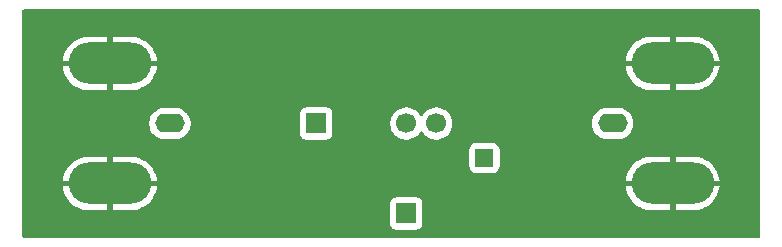
<source format=gbr>
%TF.GenerationSoftware,KiCad,Pcbnew,9.0.3*%
%TF.CreationDate,2025-07-24T18:02:03+02:00*%
%TF.ProjectId,OM345_Testrig,4f4d3334-355f-4546-9573-747269672e6b,rev?*%
%TF.SameCoordinates,Original*%
%TF.FileFunction,Copper,L2,Bot*%
%TF.FilePolarity,Positive*%
%FSLAX46Y46*%
G04 Gerber Fmt 4.6, Leading zero omitted, Abs format (unit mm)*
G04 Created by KiCad (PCBNEW 9.0.3) date 2025-07-24 18:02:03*
%MOMM*%
%LPD*%
G01*
G04 APERTURE LIST*
G04 Aperture macros list*
%AMRoundRect*
0 Rectangle with rounded corners*
0 $1 Rounding radius*
0 $2 $3 $4 $5 $6 $7 $8 $9 X,Y pos of 4 corners*
0 Add a 4 corners polygon primitive as box body*
4,1,4,$2,$3,$4,$5,$6,$7,$8,$9,$2,$3,0*
0 Add four circle primitives for the rounded corners*
1,1,$1+$1,$2,$3*
1,1,$1+$1,$4,$5*
1,1,$1+$1,$6,$7*
1,1,$1+$1,$8,$9*
0 Add four rect primitives between the rounded corners*
20,1,$1+$1,$2,$3,$4,$5,0*
20,1,$1+$1,$4,$5,$6,$7,0*
20,1,$1+$1,$6,$7,$8,$9,0*
20,1,$1+$1,$8,$9,$2,$3,0*%
G04 Aperture macros list end*
%TA.AperFunction,ComponentPad*%
%ADD10RoundRect,0.250000X-0.550000X0.550000X-0.550000X-0.550000X0.550000X-0.550000X0.550000X0.550000X0*%
%TD*%
%TA.AperFunction,ComponentPad*%
%ADD11C,1.600000*%
%TD*%
%TA.AperFunction,ComponentPad*%
%ADD12R,1.700000X1.700000*%
%TD*%
%TA.AperFunction,ComponentPad*%
%ADD13C,1.700000*%
%TD*%
%TA.AperFunction,ComponentPad*%
%ADD14O,2.500000X1.600000*%
%TD*%
%TA.AperFunction,ComponentPad*%
%ADD15O,7.000000X3.500000*%
%TD*%
%TA.AperFunction,ViaPad*%
%ADD16C,0.600000*%
%TD*%
G04 APERTURE END LIST*
D10*
%TO.P,C4,1*%
%TO.N,VCC*%
X151384000Y-84201000D03*
D11*
%TO.P,C4,2*%
%TO.N,GND*%
X151384000Y-86701000D03*
%TD*%
D12*
%TO.P,J3,1,Pin_1*%
%TO.N,Net-(J3-Pin_1)*%
X137160000Y-81280000D03*
D13*
%TO.P,J3,2,Pin_2*%
%TO.N,GND*%
X139700000Y-81280000D03*
%TO.P,J3,3,Pin_3*%
X142240000Y-81280000D03*
%TO.P,J3,4,Pin_4*%
%TO.N,VCC*%
X144780000Y-81280000D03*
%TO.P,J3,5,Pin_5*%
%TO.N,Net-(J3-Pin_5)*%
X147320000Y-81280000D03*
%TD*%
D14*
%TO.P,J1,1,In*%
%TO.N,Net-(J1-In)*%
X124770000Y-81280000D03*
D15*
%TO.P,J1,2,Ext*%
%TO.N,GND*%
X119690000Y-86360000D03*
D14*
X124770000Y-83820000D03*
D15*
X119690000Y-76200000D03*
%TD*%
D14*
%TO.P,J2,1,In*%
%TO.N,Net-(J2-In)*%
X162250000Y-81280000D03*
D15*
%TO.P,J2,2,Ext*%
%TO.N,GND*%
X167330000Y-76200000D03*
D14*
X162250000Y-78740000D03*
D15*
X167330000Y-86360000D03*
%TD*%
D12*
%TO.P,J4,1,Pin_1*%
%TO.N,+12V*%
X144780000Y-88900000D03*
D13*
%TO.P,J4,2,Pin_2*%
%TO.N,GND*%
X142240000Y-88900000D03*
%TD*%
D16*
%TO.N,GND*%
X140694500Y-84328000D03*
%TD*%
%TA.AperFunction,Conductor*%
%TO.N,GND*%
G36*
X174702539Y-71640185D02*
G01*
X174748294Y-71692989D01*
X174759500Y-71744500D01*
X174759500Y-90815500D01*
X174739815Y-90882539D01*
X174687011Y-90928294D01*
X174635500Y-90939500D01*
X112384500Y-90939500D01*
X112317461Y-90919815D01*
X112271706Y-90867011D01*
X112260500Y-90815500D01*
X112260500Y-86110000D01*
X115703497Y-86110000D01*
X118715038Y-86110000D01*
X118685000Y-86261016D01*
X118685000Y-86458984D01*
X118715038Y-86610000D01*
X115703498Y-86610000D01*
X115728496Y-86799884D01*
X115728499Y-86799897D01*
X115804835Y-87084790D01*
X115804838Y-87084800D01*
X115917704Y-87357281D01*
X115917709Y-87357292D01*
X116065174Y-87612707D01*
X116065185Y-87612723D01*
X116244729Y-87846709D01*
X116244735Y-87846716D01*
X116453283Y-88055264D01*
X116453290Y-88055270D01*
X116687276Y-88234814D01*
X116687292Y-88234825D01*
X116942707Y-88382290D01*
X116942718Y-88382295D01*
X117215199Y-88495161D01*
X117215209Y-88495164D01*
X117500102Y-88571500D01*
X117500115Y-88571503D01*
X117792516Y-88609998D01*
X117792534Y-88610000D01*
X119440000Y-88610000D01*
X119440000Y-87334961D01*
X119591016Y-87365000D01*
X119788984Y-87365000D01*
X119940000Y-87334961D01*
X119940000Y-88610000D01*
X121587466Y-88610000D01*
X121587483Y-88609998D01*
X121879884Y-88571503D01*
X121879897Y-88571500D01*
X122164790Y-88495164D01*
X122164800Y-88495161D01*
X122437281Y-88382295D01*
X122437292Y-88382290D01*
X122692707Y-88234825D01*
X122692723Y-88234814D01*
X122926709Y-88055270D01*
X122926716Y-88055264D01*
X122980635Y-88001345D01*
X143421500Y-88001345D01*
X143421500Y-89798654D01*
X143428011Y-89859202D01*
X143428011Y-89859204D01*
X143479111Y-89996204D01*
X143566739Y-90113261D01*
X143683796Y-90200889D01*
X143820799Y-90251989D01*
X143848050Y-90254918D01*
X143881345Y-90258499D01*
X143881362Y-90258500D01*
X145678638Y-90258500D01*
X145678654Y-90258499D01*
X145705692Y-90255591D01*
X145739201Y-90251989D01*
X145876204Y-90200889D01*
X145993261Y-90113261D01*
X146080889Y-89996204D01*
X146131989Y-89859201D01*
X146135591Y-89825692D01*
X146138499Y-89798654D01*
X146138500Y-89798637D01*
X146138500Y-88001362D01*
X146138499Y-88001345D01*
X146135157Y-87970270D01*
X146131989Y-87940799D01*
X146080889Y-87803796D01*
X145993261Y-87686739D01*
X145876204Y-87599111D01*
X145739203Y-87548011D01*
X145678654Y-87541500D01*
X145678638Y-87541500D01*
X143881362Y-87541500D01*
X143881345Y-87541500D01*
X143820797Y-87548011D01*
X143820795Y-87548011D01*
X143683795Y-87599111D01*
X143566739Y-87686739D01*
X143479111Y-87803795D01*
X143428011Y-87940795D01*
X143428011Y-87940797D01*
X143421500Y-88001345D01*
X122980635Y-88001345D01*
X123071621Y-87910360D01*
X123135264Y-87846716D01*
X123135270Y-87846709D01*
X123314814Y-87612723D01*
X123314825Y-87612707D01*
X123462290Y-87357292D01*
X123462295Y-87357281D01*
X123575161Y-87084800D01*
X123575164Y-87084790D01*
X123651500Y-86799897D01*
X123651503Y-86799884D01*
X123676502Y-86610000D01*
X120664962Y-86610000D01*
X120695000Y-86458984D01*
X120695000Y-86261016D01*
X120664962Y-86110000D01*
X123676502Y-86110000D01*
X163343497Y-86110000D01*
X166355038Y-86110000D01*
X166325000Y-86261016D01*
X166325000Y-86458984D01*
X166355038Y-86610000D01*
X163343498Y-86610000D01*
X163368496Y-86799884D01*
X163368499Y-86799897D01*
X163444835Y-87084790D01*
X163444838Y-87084800D01*
X163557704Y-87357281D01*
X163557709Y-87357292D01*
X163705174Y-87612707D01*
X163705185Y-87612723D01*
X163884729Y-87846709D01*
X163884735Y-87846716D01*
X164093283Y-88055264D01*
X164093290Y-88055270D01*
X164327276Y-88234814D01*
X164327292Y-88234825D01*
X164582707Y-88382290D01*
X164582718Y-88382295D01*
X164855199Y-88495161D01*
X164855209Y-88495164D01*
X165140102Y-88571500D01*
X165140115Y-88571503D01*
X165432516Y-88609998D01*
X165432534Y-88610000D01*
X167080000Y-88610000D01*
X167080000Y-87334961D01*
X167231016Y-87365000D01*
X167428984Y-87365000D01*
X167580000Y-87334961D01*
X167580000Y-88610000D01*
X169227466Y-88610000D01*
X169227483Y-88609998D01*
X169519884Y-88571503D01*
X169519897Y-88571500D01*
X169804790Y-88495164D01*
X169804800Y-88495161D01*
X170077281Y-88382295D01*
X170077292Y-88382290D01*
X170332707Y-88234825D01*
X170332723Y-88234814D01*
X170566709Y-88055270D01*
X170566716Y-88055264D01*
X170775264Y-87846716D01*
X170775270Y-87846709D01*
X170954814Y-87612723D01*
X170954825Y-87612707D01*
X171102290Y-87357292D01*
X171102295Y-87357281D01*
X171215161Y-87084800D01*
X171215164Y-87084790D01*
X171291500Y-86799897D01*
X171291503Y-86799884D01*
X171316502Y-86610000D01*
X168304962Y-86610000D01*
X168335000Y-86458984D01*
X168335000Y-86261016D01*
X168304962Y-86110000D01*
X171316502Y-86110000D01*
X171291503Y-85920115D01*
X171291500Y-85920102D01*
X171215164Y-85635209D01*
X171215161Y-85635199D01*
X171102295Y-85362718D01*
X171102290Y-85362707D01*
X170954825Y-85107292D01*
X170954814Y-85107276D01*
X170775270Y-84873290D01*
X170775264Y-84873283D01*
X170566716Y-84664735D01*
X170566709Y-84664729D01*
X170332723Y-84485185D01*
X170332707Y-84485174D01*
X170077292Y-84337709D01*
X170077281Y-84337704D01*
X169804800Y-84224838D01*
X169804790Y-84224835D01*
X169519897Y-84148499D01*
X169519884Y-84148496D01*
X169227483Y-84110001D01*
X169227466Y-84110000D01*
X167580000Y-84110000D01*
X167580000Y-85385038D01*
X167428984Y-85355000D01*
X167231016Y-85355000D01*
X167080000Y-85385038D01*
X167080000Y-84110000D01*
X165432534Y-84110000D01*
X165432516Y-84110001D01*
X165140115Y-84148496D01*
X165140102Y-84148499D01*
X164855209Y-84224835D01*
X164855199Y-84224838D01*
X164582718Y-84337704D01*
X164582707Y-84337709D01*
X164327292Y-84485174D01*
X164327276Y-84485185D01*
X164093290Y-84664729D01*
X164093283Y-84664735D01*
X163884735Y-84873283D01*
X163884729Y-84873290D01*
X163705185Y-85107276D01*
X163705174Y-85107292D01*
X163557709Y-85362707D01*
X163557704Y-85362718D01*
X163444838Y-85635199D01*
X163444835Y-85635209D01*
X163368499Y-85920102D01*
X163368496Y-85920115D01*
X163343497Y-86110000D01*
X123676502Y-86110000D01*
X123651503Y-85920115D01*
X123651500Y-85920102D01*
X123575164Y-85635209D01*
X123575161Y-85635199D01*
X123462295Y-85362718D01*
X123462290Y-85362707D01*
X123314825Y-85107292D01*
X123314814Y-85107276D01*
X123135270Y-84873290D01*
X123135264Y-84873283D01*
X122926716Y-84664735D01*
X122926709Y-84664729D01*
X122692723Y-84485185D01*
X122692707Y-84485174D01*
X122437292Y-84337709D01*
X122437281Y-84337704D01*
X122164800Y-84224838D01*
X122164790Y-84224835D01*
X121879897Y-84148499D01*
X121879884Y-84148496D01*
X121587483Y-84110001D01*
X121587466Y-84110000D01*
X119940000Y-84110000D01*
X119940000Y-85385038D01*
X119788984Y-85355000D01*
X119591016Y-85355000D01*
X119440000Y-85385038D01*
X119440000Y-84110000D01*
X117792534Y-84110000D01*
X117792516Y-84110001D01*
X117500115Y-84148496D01*
X117500102Y-84148499D01*
X117215209Y-84224835D01*
X117215199Y-84224838D01*
X116942718Y-84337704D01*
X116942707Y-84337709D01*
X116687292Y-84485174D01*
X116687276Y-84485185D01*
X116453290Y-84664729D01*
X116453283Y-84664735D01*
X116244735Y-84873283D01*
X116244729Y-84873290D01*
X116065185Y-85107276D01*
X116065174Y-85107292D01*
X115917709Y-85362707D01*
X115917704Y-85362718D01*
X115804838Y-85635199D01*
X115804835Y-85635209D01*
X115728499Y-85920102D01*
X115728496Y-85920115D01*
X115703497Y-86110000D01*
X112260500Y-86110000D01*
X112260500Y-83600447D01*
X150075500Y-83600447D01*
X150075500Y-84801537D01*
X150075501Y-84801553D01*
X150086113Y-84905427D01*
X150141884Y-85073735D01*
X150141886Y-85073740D01*
X150162581Y-85107292D01*
X150234970Y-85224652D01*
X150360348Y-85350030D01*
X150511262Y-85443115D01*
X150679574Y-85498887D01*
X150783455Y-85509500D01*
X151984544Y-85509499D01*
X152088426Y-85498887D01*
X152256738Y-85443115D01*
X152407652Y-85350030D01*
X152533030Y-85224652D01*
X152626115Y-85073738D01*
X152681887Y-84905426D01*
X152692500Y-84801545D01*
X152692499Y-83600456D01*
X152681887Y-83496574D01*
X152626115Y-83328262D01*
X152533030Y-83177348D01*
X152407652Y-83051970D01*
X152256738Y-82958885D01*
X152256735Y-82958884D01*
X152088427Y-82903113D01*
X151984545Y-82892500D01*
X150783462Y-82892500D01*
X150783446Y-82892501D01*
X150679572Y-82903113D01*
X150511264Y-82958884D01*
X150511259Y-82958886D01*
X150360346Y-83051971D01*
X150234971Y-83177346D01*
X150141886Y-83328259D01*
X150141884Y-83328264D01*
X150086113Y-83496572D01*
X150075500Y-83600447D01*
X112260500Y-83600447D01*
X112260500Y-81177019D01*
X123011500Y-81177019D01*
X123011500Y-81382980D01*
X123043719Y-81586408D01*
X123107367Y-81782294D01*
X123200873Y-81965806D01*
X123321926Y-82132423D01*
X123321930Y-82132428D01*
X123467571Y-82278069D01*
X123467576Y-82278073D01*
X123602643Y-82376204D01*
X123634197Y-82399129D01*
X123718126Y-82441893D01*
X123817705Y-82492632D01*
X123817707Y-82492632D01*
X123817710Y-82492634D01*
X123922707Y-82526749D01*
X124013591Y-82556280D01*
X124115305Y-82572390D01*
X124217019Y-82588500D01*
X124217020Y-82588500D01*
X125322980Y-82588500D01*
X125322981Y-82588500D01*
X125526408Y-82556280D01*
X125722290Y-82492634D01*
X125905803Y-82399129D01*
X126072430Y-82278068D01*
X126218068Y-82132430D01*
X126339129Y-81965803D01*
X126432634Y-81782290D01*
X126496280Y-81586408D01*
X126528500Y-81382981D01*
X126528500Y-81177019D01*
X126496280Y-80973592D01*
X126432634Y-80777710D01*
X126432632Y-80777707D01*
X126432632Y-80777705D01*
X126398709Y-80711128D01*
X126339129Y-80594197D01*
X126320089Y-80567990D01*
X126235038Y-80450926D01*
X126218073Y-80427576D01*
X126218069Y-80427571D01*
X126171843Y-80381345D01*
X135801500Y-80381345D01*
X135801500Y-82178654D01*
X135808011Y-82239202D01*
X135808011Y-82239204D01*
X135859111Y-82376204D01*
X135946739Y-82493261D01*
X136063796Y-82580889D01*
X136200799Y-82631989D01*
X136228050Y-82634918D01*
X136261345Y-82638499D01*
X136261362Y-82638500D01*
X138058638Y-82638500D01*
X138058654Y-82638499D01*
X138085692Y-82635591D01*
X138119201Y-82631989D01*
X138256204Y-82580889D01*
X138373261Y-82493261D01*
X138460889Y-82376204D01*
X138511989Y-82239201D01*
X138515591Y-82205692D01*
X138518499Y-82178654D01*
X138518500Y-82178637D01*
X138518500Y-81173084D01*
X143421500Y-81173084D01*
X143421500Y-81386915D01*
X143454951Y-81598117D01*
X143521026Y-81801480D01*
X143521027Y-81801483D01*
X143592245Y-81941254D01*
X143618106Y-81992009D01*
X143743794Y-82165004D01*
X143894996Y-82316206D01*
X144067991Y-82441894D01*
X144161438Y-82489507D01*
X144258516Y-82538972D01*
X144258519Y-82538973D01*
X144311786Y-82556280D01*
X144461884Y-82605049D01*
X144673084Y-82638500D01*
X144673085Y-82638500D01*
X144886915Y-82638500D01*
X144886916Y-82638500D01*
X145098116Y-82605049D01*
X145301483Y-82538972D01*
X145492009Y-82441894D01*
X145665004Y-82316206D01*
X145816206Y-82165004D01*
X145941894Y-81992009D01*
X145941896Y-81992004D01*
X145944270Y-81988132D01*
X145996080Y-81941254D01*
X146065009Y-81929829D01*
X146129173Y-81957483D01*
X146155730Y-81988132D01*
X146158103Y-81992005D01*
X146158106Y-81992009D01*
X146283794Y-82165004D01*
X146434996Y-82316206D01*
X146607991Y-82441894D01*
X146701438Y-82489507D01*
X146798516Y-82538972D01*
X146798519Y-82538973D01*
X146851786Y-82556280D01*
X147001884Y-82605049D01*
X147213084Y-82638500D01*
X147213085Y-82638500D01*
X147426915Y-82638500D01*
X147426916Y-82638500D01*
X147638116Y-82605049D01*
X147841483Y-82538972D01*
X148032009Y-82441894D01*
X148205004Y-82316206D01*
X148356206Y-82165004D01*
X148481894Y-81992009D01*
X148578972Y-81801483D01*
X148645049Y-81598116D01*
X148678500Y-81386916D01*
X148678500Y-81177019D01*
X160491500Y-81177019D01*
X160491500Y-81382980D01*
X160523719Y-81586408D01*
X160587367Y-81782294D01*
X160680873Y-81965806D01*
X160801926Y-82132423D01*
X160801930Y-82132428D01*
X160947571Y-82278069D01*
X160947576Y-82278073D01*
X161082643Y-82376204D01*
X161114197Y-82399129D01*
X161198126Y-82441893D01*
X161297705Y-82492632D01*
X161297707Y-82492632D01*
X161297710Y-82492634D01*
X161402707Y-82526749D01*
X161493591Y-82556280D01*
X161595305Y-82572390D01*
X161697019Y-82588500D01*
X161697020Y-82588500D01*
X162802980Y-82588500D01*
X162802981Y-82588500D01*
X163006408Y-82556280D01*
X163202290Y-82492634D01*
X163385803Y-82399129D01*
X163552430Y-82278068D01*
X163698068Y-82132430D01*
X163819129Y-81965803D01*
X163912634Y-81782290D01*
X163976280Y-81586408D01*
X164008500Y-81382981D01*
X164008500Y-81177019D01*
X163976280Y-80973592D01*
X163912634Y-80777710D01*
X163912632Y-80777707D01*
X163912632Y-80777705D01*
X163878709Y-80711128D01*
X163819129Y-80594197D01*
X163800089Y-80567990D01*
X163698073Y-80427576D01*
X163698069Y-80427571D01*
X163552428Y-80281930D01*
X163552423Y-80281926D01*
X163385806Y-80160873D01*
X163385805Y-80160872D01*
X163385803Y-80160871D01*
X163328496Y-80131671D01*
X163202294Y-80067367D01*
X163006408Y-80003719D01*
X162830794Y-79975905D01*
X162802981Y-79971500D01*
X161697019Y-79971500D01*
X161672550Y-79975375D01*
X161493591Y-80003719D01*
X161297705Y-80067367D01*
X161114193Y-80160873D01*
X160947576Y-80281926D01*
X160947571Y-80281930D01*
X160801930Y-80427571D01*
X160801926Y-80427576D01*
X160680873Y-80594193D01*
X160587367Y-80777705D01*
X160523719Y-80973591D01*
X160491500Y-81177019D01*
X148678500Y-81177019D01*
X148678500Y-81173084D01*
X148645049Y-80961884D01*
X148585208Y-80777710D01*
X148578973Y-80758519D01*
X148578972Y-80758516D01*
X148499483Y-80602512D01*
X148481894Y-80567991D01*
X148356206Y-80394996D01*
X148205004Y-80243794D01*
X148032009Y-80118106D01*
X147841483Y-80021027D01*
X147841480Y-80021026D01*
X147638117Y-79954951D01*
X147532516Y-79938225D01*
X147426916Y-79921500D01*
X147213084Y-79921500D01*
X147142684Y-79932650D01*
X147001882Y-79954951D01*
X146798519Y-80021026D01*
X146798516Y-80021027D01*
X146607990Y-80118106D01*
X146434993Y-80243796D01*
X146283796Y-80394993D01*
X146158105Y-80567991D01*
X146155727Y-80571873D01*
X146103914Y-80618748D01*
X146034984Y-80630169D01*
X145970822Y-80602512D01*
X145944273Y-80571873D01*
X145941894Y-80567991D01*
X145856841Y-80450926D01*
X145816206Y-80394996D01*
X145665004Y-80243794D01*
X145492009Y-80118106D01*
X145301483Y-80021027D01*
X145301480Y-80021026D01*
X145098117Y-79954951D01*
X144992516Y-79938225D01*
X144886916Y-79921500D01*
X144673084Y-79921500D01*
X144602684Y-79932650D01*
X144461882Y-79954951D01*
X144258519Y-80021026D01*
X144258516Y-80021027D01*
X144067990Y-80118106D01*
X143894993Y-80243796D01*
X143743796Y-80394993D01*
X143618106Y-80567990D01*
X143521027Y-80758516D01*
X143521026Y-80758519D01*
X143454951Y-80961882D01*
X143421500Y-81173084D01*
X138518500Y-81173084D01*
X138518500Y-80381362D01*
X138518499Y-80381345D01*
X138515157Y-80350270D01*
X138511989Y-80320799D01*
X138497491Y-80281930D01*
X138483267Y-80243794D01*
X138460889Y-80183796D01*
X138373261Y-80066739D01*
X138256204Y-79979111D01*
X138119203Y-79928011D01*
X138058654Y-79921500D01*
X138058638Y-79921500D01*
X136261362Y-79921500D01*
X136261345Y-79921500D01*
X136200797Y-79928011D01*
X136200795Y-79928011D01*
X136063795Y-79979111D01*
X135946739Y-80066739D01*
X135859111Y-80183795D01*
X135808011Y-80320795D01*
X135808011Y-80320797D01*
X135801500Y-80381345D01*
X126171843Y-80381345D01*
X126072428Y-80281930D01*
X126072423Y-80281926D01*
X125905806Y-80160873D01*
X125905805Y-80160872D01*
X125905803Y-80160871D01*
X125848496Y-80131671D01*
X125722294Y-80067367D01*
X125526408Y-80003719D01*
X125350794Y-79975905D01*
X125322981Y-79971500D01*
X124217019Y-79971500D01*
X124192550Y-79975375D01*
X124013591Y-80003719D01*
X123817705Y-80067367D01*
X123634193Y-80160873D01*
X123467576Y-80281926D01*
X123467571Y-80281930D01*
X123321930Y-80427571D01*
X123321926Y-80427576D01*
X123200873Y-80594193D01*
X123107367Y-80777705D01*
X123043719Y-80973591D01*
X123011500Y-81177019D01*
X112260500Y-81177019D01*
X112260500Y-75950000D01*
X115703497Y-75950000D01*
X118715038Y-75950000D01*
X118685000Y-76101016D01*
X118685000Y-76298984D01*
X118715038Y-76450000D01*
X115703498Y-76450000D01*
X115728496Y-76639884D01*
X115728499Y-76639897D01*
X115804835Y-76924790D01*
X115804838Y-76924800D01*
X115917704Y-77197281D01*
X115917709Y-77197292D01*
X116065174Y-77452707D01*
X116065185Y-77452723D01*
X116244729Y-77686709D01*
X116244735Y-77686716D01*
X116453283Y-77895264D01*
X116453290Y-77895270D01*
X116687276Y-78074814D01*
X116687292Y-78074825D01*
X116942707Y-78222290D01*
X116942718Y-78222295D01*
X117215199Y-78335161D01*
X117215209Y-78335164D01*
X117500102Y-78411500D01*
X117500115Y-78411503D01*
X117792516Y-78449998D01*
X117792534Y-78450000D01*
X119440000Y-78450000D01*
X119440000Y-77174961D01*
X119591016Y-77205000D01*
X119788984Y-77205000D01*
X119940000Y-77174961D01*
X119940000Y-78450000D01*
X121587466Y-78450000D01*
X121587483Y-78449998D01*
X121879884Y-78411503D01*
X121879897Y-78411500D01*
X122164790Y-78335164D01*
X122164800Y-78335161D01*
X122437281Y-78222295D01*
X122437292Y-78222290D01*
X122692707Y-78074825D01*
X122692723Y-78074814D01*
X122926709Y-77895270D01*
X122926716Y-77895264D01*
X123135264Y-77686716D01*
X123135270Y-77686709D01*
X123314814Y-77452723D01*
X123314825Y-77452707D01*
X123462290Y-77197292D01*
X123462295Y-77197281D01*
X123575161Y-76924800D01*
X123575164Y-76924790D01*
X123651500Y-76639897D01*
X123651503Y-76639884D01*
X123676502Y-76450000D01*
X120664962Y-76450000D01*
X120695000Y-76298984D01*
X120695000Y-76101016D01*
X120664962Y-75950000D01*
X123676502Y-75950000D01*
X163343497Y-75950000D01*
X166355038Y-75950000D01*
X166325000Y-76101016D01*
X166325000Y-76298984D01*
X166355038Y-76450000D01*
X163343498Y-76450000D01*
X163368496Y-76639884D01*
X163368499Y-76639897D01*
X163444835Y-76924790D01*
X163444838Y-76924800D01*
X163557704Y-77197281D01*
X163557709Y-77197292D01*
X163705174Y-77452707D01*
X163705185Y-77452723D01*
X163884729Y-77686709D01*
X163884735Y-77686716D01*
X164093283Y-77895264D01*
X164093290Y-77895270D01*
X164327276Y-78074814D01*
X164327292Y-78074825D01*
X164582707Y-78222290D01*
X164582718Y-78222295D01*
X164855199Y-78335161D01*
X164855209Y-78335164D01*
X165140102Y-78411500D01*
X165140115Y-78411503D01*
X165432516Y-78449998D01*
X165432534Y-78450000D01*
X167080000Y-78450000D01*
X167080000Y-77174961D01*
X167231016Y-77205000D01*
X167428984Y-77205000D01*
X167580000Y-77174961D01*
X167580000Y-78450000D01*
X169227466Y-78450000D01*
X169227483Y-78449998D01*
X169519884Y-78411503D01*
X169519897Y-78411500D01*
X169804790Y-78335164D01*
X169804800Y-78335161D01*
X170077281Y-78222295D01*
X170077292Y-78222290D01*
X170332707Y-78074825D01*
X170332723Y-78074814D01*
X170566709Y-77895270D01*
X170566716Y-77895264D01*
X170775264Y-77686716D01*
X170775270Y-77686709D01*
X170954814Y-77452723D01*
X170954825Y-77452707D01*
X171102290Y-77197292D01*
X171102295Y-77197281D01*
X171215161Y-76924800D01*
X171215164Y-76924790D01*
X171291500Y-76639897D01*
X171291503Y-76639884D01*
X171316502Y-76450000D01*
X168304962Y-76450000D01*
X168335000Y-76298984D01*
X168335000Y-76101016D01*
X168304962Y-75950000D01*
X171316502Y-75950000D01*
X171291503Y-75760115D01*
X171291500Y-75760102D01*
X171215164Y-75475209D01*
X171215161Y-75475199D01*
X171102295Y-75202718D01*
X171102290Y-75202707D01*
X170954825Y-74947292D01*
X170954814Y-74947276D01*
X170775270Y-74713290D01*
X170775264Y-74713283D01*
X170566716Y-74504735D01*
X170566709Y-74504729D01*
X170332723Y-74325185D01*
X170332707Y-74325174D01*
X170077292Y-74177709D01*
X170077281Y-74177704D01*
X169804800Y-74064838D01*
X169804790Y-74064835D01*
X169519897Y-73988499D01*
X169519884Y-73988496D01*
X169227483Y-73950001D01*
X169227466Y-73950000D01*
X167580000Y-73950000D01*
X167580000Y-75225038D01*
X167428984Y-75195000D01*
X167231016Y-75195000D01*
X167080000Y-75225038D01*
X167080000Y-73950000D01*
X165432534Y-73950000D01*
X165432516Y-73950001D01*
X165140115Y-73988496D01*
X165140102Y-73988499D01*
X164855209Y-74064835D01*
X164855199Y-74064838D01*
X164582718Y-74177704D01*
X164582707Y-74177709D01*
X164327292Y-74325174D01*
X164327276Y-74325185D01*
X164093290Y-74504729D01*
X164093283Y-74504735D01*
X163884735Y-74713283D01*
X163884729Y-74713290D01*
X163705185Y-74947276D01*
X163705174Y-74947292D01*
X163557709Y-75202707D01*
X163557704Y-75202718D01*
X163444838Y-75475199D01*
X163444835Y-75475209D01*
X163368499Y-75760102D01*
X163368496Y-75760115D01*
X163343497Y-75950000D01*
X123676502Y-75950000D01*
X123651503Y-75760115D01*
X123651500Y-75760102D01*
X123575164Y-75475209D01*
X123575161Y-75475199D01*
X123462295Y-75202718D01*
X123462290Y-75202707D01*
X123314825Y-74947292D01*
X123314814Y-74947276D01*
X123135270Y-74713290D01*
X123135264Y-74713283D01*
X122926716Y-74504735D01*
X122926709Y-74504729D01*
X122692723Y-74325185D01*
X122692707Y-74325174D01*
X122437292Y-74177709D01*
X122437281Y-74177704D01*
X122164800Y-74064838D01*
X122164790Y-74064835D01*
X121879897Y-73988499D01*
X121879884Y-73988496D01*
X121587483Y-73950001D01*
X121587466Y-73950000D01*
X119940000Y-73950000D01*
X119940000Y-75225038D01*
X119788984Y-75195000D01*
X119591016Y-75195000D01*
X119440000Y-75225038D01*
X119440000Y-73950000D01*
X117792534Y-73950000D01*
X117792516Y-73950001D01*
X117500115Y-73988496D01*
X117500102Y-73988499D01*
X117215209Y-74064835D01*
X117215199Y-74064838D01*
X116942718Y-74177704D01*
X116942707Y-74177709D01*
X116687292Y-74325174D01*
X116687276Y-74325185D01*
X116453290Y-74504729D01*
X116453283Y-74504735D01*
X116244735Y-74713283D01*
X116244729Y-74713290D01*
X116065185Y-74947276D01*
X116065174Y-74947292D01*
X115917709Y-75202707D01*
X115917704Y-75202718D01*
X115804838Y-75475199D01*
X115804835Y-75475209D01*
X115728499Y-75760102D01*
X115728496Y-75760115D01*
X115703497Y-75950000D01*
X112260500Y-75950000D01*
X112260500Y-71744500D01*
X112280185Y-71677461D01*
X112332989Y-71631706D01*
X112384500Y-71620500D01*
X174635500Y-71620500D01*
X174702539Y-71640185D01*
G37*
%TD.AperFunction*%
%TD*%
M02*

</source>
